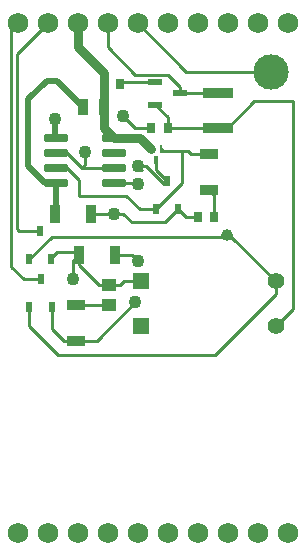
<source format=gbr>
%TF.GenerationSoftware,KiCad,Pcbnew,8.0.8*%
%TF.CreationDate,2025-03-02T23:05:46-05:00*%
%TF.ProjectId,Precharge Module V3.1,50726563-6861-4726-9765-204d6f64756c,rev?*%
%TF.SameCoordinates,Original*%
%TF.FileFunction,Copper,L1,Top*%
%TF.FilePolarity,Positive*%
%FSLAX46Y46*%
G04 Gerber Fmt 4.6, Leading zero omitted, Abs format (unit mm)*
G04 Created by KiCad (PCBNEW 8.0.8) date 2025-03-02 23:05:46*
%MOMM*%
%LPD*%
G01*
G04 APERTURE LIST*
G04 Aperture macros list*
%AMRoundRect*
0 Rectangle with rounded corners*
0 $1 Rounding radius*
0 $2 $3 $4 $5 $6 $7 $8 $9 X,Y pos of 4 corners*
0 Add a 4 corners polygon primitive as box body*
4,1,4,$2,$3,$4,$5,$6,$7,$8,$9,$2,$3,0*
0 Add four circle primitives for the rounded corners*
1,1,$1+$1,$2,$3*
1,1,$1+$1,$4,$5*
1,1,$1+$1,$6,$7*
1,1,$1+$1,$8,$9*
0 Add four rect primitives between the rounded corners*
20,1,$1+$1,$2,$3,$4,$5,0*
20,1,$1+$1,$4,$5,$6,$7,0*
20,1,$1+$1,$6,$7,$8,$9,0*
20,1,$1+$1,$8,$9,$2,$3,0*%
G04 Aperture macros list end*
%TA.AperFunction,SMDPad,CuDef*%
%ADD10R,0.558800X0.863600*%
%TD*%
%TA.AperFunction,SMDPad,CuDef*%
%ADD11R,1.600200X0.863600*%
%TD*%
%TA.AperFunction,ComponentPad*%
%ADD12R,1.397000X1.397000*%
%TD*%
%TA.AperFunction,ComponentPad*%
%ADD13C,1.397000*%
%TD*%
%TA.AperFunction,ComponentPad*%
%ADD14C,3.000000*%
%TD*%
%TA.AperFunction,SMDPad,CuDef*%
%ADD15R,1.219200X0.558800*%
%TD*%
%TA.AperFunction,SMDPad,CuDef*%
%ADD16R,0.711200X0.939800*%
%TD*%
%TA.AperFunction,SMDPad,CuDef*%
%ADD17R,2.500000X0.955600*%
%TD*%
%TA.AperFunction,SMDPad,CuDef*%
%ADD18R,1.193800X1.016000*%
%TD*%
%TA.AperFunction,SMDPad,CuDef*%
%ADD19R,0.855600X1.600000*%
%TD*%
%TA.AperFunction,ComponentPad*%
%ADD20C,1.750000*%
%TD*%
%TA.AperFunction,SMDPad,CuDef*%
%ADD21RoundRect,0.075000X-0.910000X-0.225000X0.910000X-0.225000X0.910000X0.225000X-0.910000X0.225000X0*%
%TD*%
%TA.AperFunction,SMDPad,CuDef*%
%ADD22R,0.812800X1.346200*%
%TD*%
%TA.AperFunction,SMDPad,CuDef*%
%ADD23R,0.279400X0.660400*%
%TD*%
%TA.AperFunction,SMDPad,CuDef*%
%ADD24R,0.381000X0.660400*%
%TD*%
%TA.AperFunction,ViaPad*%
%ADD25C,1.000000*%
%TD*%
%TA.AperFunction,ViaPad*%
%ADD26C,1.100000*%
%TD*%
%TA.AperFunction,Conductor*%
%ADD27C,0.250000*%
%TD*%
%TA.AperFunction,Conductor*%
%ADD28C,0.500000*%
%TD*%
%TA.AperFunction,Conductor*%
%ADD29C,0.750000*%
%TD*%
G04 APERTURE END LIST*
D10*
%TO.P,U4,1,G*%
%TO.N,Net-(D2-A)*%
X62500000Y-41137600D03*
%TO.P,U4,2,S*%
%TO.N,Net-(Q1-C)*%
X64405000Y-41137600D03*
%TO.P,U4,3,D*%
%TO.N,Net-(U2-G)*%
X63452500Y-38750000D03*
%TD*%
%TO.P,U3,1,G*%
%TO.N,Net-(U2-G)*%
X51750000Y-45387600D03*
%TO.P,U3,2,S*%
%TO.N,Net-(Q1-C)*%
X53655000Y-45387600D03*
%TO.P,U3,3,D*%
%TO.N,Net-(U3-D)*%
X52702500Y-43000000D03*
%TD*%
%TO.P,U2,1,G*%
%TO.N,Net-(U2-G)*%
X51797500Y-49443800D03*
%TO.P,U2,2,S*%
%TO.N,Net-(D3-A)*%
X53702500Y-49443800D03*
%TO.P,U2,3,D*%
%TO.N,Net-(U2-D)*%
X52750000Y-47056200D03*
%TD*%
D11*
%TO.P,D3,1,K*%
%TO.N,Net-(D3-K)*%
X55750000Y-49202000D03*
%TO.P,D3,2,A*%
%TO.N,Net-(D3-A)*%
X55750000Y-52250000D03*
%TD*%
D12*
%TO.P,R6,1*%
%TO.N,Net-(U1-VCC)*%
X61250000Y-51000000D03*
D13*
%TO.P,R6,2*%
%TO.N,Net-(Q1-E)*%
X72680000Y-51000000D03*
%TD*%
D14*
%TO.P,PC COIL -,1,1*%
%TO.N,Net-(D3-A)*%
X72250000Y-29500000D03*
%TD*%
D15*
%TO.P,Q1,1,B*%
%TO.N,Net-(Q1-B)*%
X62433200Y-30369000D03*
%TO.P,Q1,2,E*%
%TO.N,Net-(Q1-E)*%
X62433200Y-32274000D03*
%TO.P,Q1,3,C*%
%TO.N,Net-(Q1-C)*%
X64566800Y-31321500D03*
%TD*%
D16*
%TO.P,R3,1*%
%TO.N,Net-(D2-K)*%
X67448500Y-41750000D03*
%TO.P,R3,2*%
%TO.N,Net-(Q1-C)*%
X66051500Y-41750000D03*
%TD*%
D17*
%TO.P,C3,1*%
%TO.N,Net-(Q1-E)*%
X67750000Y-34227801D03*
%TO.P,C3,2*%
%TO.N,Net-(Q1-C)*%
X67750000Y-31272199D03*
%TD*%
D11*
%TO.P,D2,1,K*%
%TO.N,Net-(D2-K)*%
X67000000Y-39548000D03*
%TO.P,D2,2,A*%
%TO.N,Net-(D2-A)*%
X67000000Y-36500000D03*
%TD*%
D18*
%TO.P,R9,1*%
%TO.N,Net-(Q1-C)*%
X58500000Y-47548200D03*
%TO.P,R9,2*%
%TO.N,Net-(D3-K)*%
X58500000Y-49250000D03*
%TD*%
D12*
%TO.P,R8,1*%
%TO.N,Net-(Q1-C)*%
X61250000Y-47250000D03*
D13*
%TO.P,R8,2*%
%TO.N,Net-(U2-G)*%
X72680000Y-47250000D03*
%TD*%
D19*
%TO.P,C1,1*%
%TO.N,Net-(U1-R)*%
X53972199Y-41500000D03*
%TO.P,C1,2*%
%TO.N,Net-(Q1-C)*%
X57027801Y-41500000D03*
%TD*%
%TO.P,C2,1*%
%TO.N,Net-(U1-CV)*%
X59027801Y-45000000D03*
%TO.P,C2,2*%
%TO.N,Net-(Q1-C)*%
X55972199Y-45000000D03*
%TD*%
D16*
%TO.P,R5,1*%
%TO.N,Net-(U1-VCC)*%
X58103000Y-30500000D03*
%TO.P,R5,2*%
%TO.N,Net-(Q1-B)*%
X59500000Y-30500000D03*
%TD*%
%TO.P,R4,1*%
%TO.N,Net-(U1-THR)*%
X62103000Y-34250000D03*
%TO.P,R4,2*%
%TO.N,Net-(Q1-E)*%
X63500000Y-34250000D03*
%TD*%
D20*
%TO.P,J2,1,1*%
%TO.N,N/C*%
X50800000Y-68580000D03*
%TO.P,J2,2,2*%
X53340000Y-68580000D03*
%TO.P,J2,3,3*%
X55880000Y-68580000D03*
%TO.P,J2,4,4*%
X58420000Y-68580000D03*
%TO.P,J2,5,5*%
X60960000Y-68580000D03*
%TO.P,J2,6,6*%
X63500000Y-68580000D03*
%TO.P,J2,7,7*%
X66040000Y-68580000D03*
%TO.P,J2,8,8*%
X68580000Y-68580000D03*
%TO.P,J2,9,9*%
X71120000Y-68580000D03*
%TO.P,J2,10,10*%
X73660000Y-68580000D03*
%TD*%
D21*
%TO.P,U1,1,GND*%
%TO.N,Net-(Q1-C)*%
X54030000Y-35095000D03*
%TO.P,U1,2,TR*%
%TO.N,Net-(U1-THR)*%
X54030000Y-36365000D03*
%TO.P,U1,3,Q*%
%TO.N,Net-(D2-A)*%
X54030000Y-37635000D03*
%TO.P,U1,4,R*%
%TO.N,Net-(U1-R)*%
X54030000Y-38905000D03*
%TO.P,U1,5,CV*%
%TO.N,Net-(U1-CV)*%
X58970000Y-38905000D03*
%TO.P,U1,6,THR*%
%TO.N,Net-(U1-THR)*%
X58970000Y-37635000D03*
%TO.P,U1,7,DIS*%
%TO.N,unconnected-(U1-DIS-Pad7)*%
X58970000Y-36365000D03*
%TO.P,U1,8,VCC*%
%TO.N,Net-(U1-VCC)*%
X58970000Y-35095000D03*
%TD*%
D22*
%TO.P,R1,1*%
%TO.N,Net-(U1-R)*%
X56348300Y-32500000D03*
%TO.P,R1,2*%
%TO.N,Net-(U1-VCC)*%
X58151700Y-32500000D03*
%TD*%
D20*
%TO.P,J1,1,1*%
%TO.N,Net-(U2-D)*%
X50800000Y-25400000D03*
%TO.P,J1,2,2*%
%TO.N,Net-(U3-D)*%
X53340000Y-25400000D03*
%TO.P,J1,3,3*%
%TO.N,Net-(U1-VCC)*%
X55880000Y-25400000D03*
%TO.P,J1,4,4*%
%TO.N,Net-(Q1-C)*%
X58420000Y-25400000D03*
%TO.P,J1,5,5*%
%TO.N,Net-(D3-A)*%
X60960000Y-25400000D03*
%TO.P,J1,6,6*%
%TO.N,unconnected-(J1-Pad6)*%
X63500000Y-25400000D03*
%TO.P,J1,7,7*%
%TO.N,unconnected-(J1-Pad7)*%
X66040000Y-25400000D03*
%TO.P,J1,8,8*%
%TO.N,unconnected-(J1-Pad8)*%
X68580000Y-25400000D03*
%TO.P,J1,9,9*%
%TO.N,unconnected-(J1-Pad9)*%
X71120000Y-25400000D03*
%TO.P,J1,10,10*%
%TO.N,unconnected-(J1-Pad10)*%
X73660000Y-25400000D03*
%TD*%
D23*
%TO.P,U5,1,1*%
%TO.N,Net-(D2-A)*%
X62900050Y-36009400D03*
%TO.P,U5,2,2*%
%TO.N,Net-(U1-VCC)*%
X62099950Y-36009400D03*
D24*
%TO.P,U5,3,3*%
%TO.N,Net-(U3-G)*%
X62500000Y-37000000D03*
%TD*%
D25*
%TO.N,Net-(U2-G)*%
X68500000Y-43300000D03*
D26*
%TO.N,Net-(Q1-C)*%
X55500000Y-47000000D03*
X54000000Y-33500000D03*
X59000000Y-41500000D03*
%TO.N,Net-(U1-CV)*%
X61000000Y-39000000D03*
X61000000Y-45500000D03*
%TO.N,Net-(D3-A)*%
X60750000Y-49000000D03*
%TO.N,Net-(U1-THR)*%
X56500000Y-36250000D03*
X59750000Y-33250000D03*
%TO.N,Net-(U2-G)*%
X61000000Y-37500000D03*
%TD*%
D27*
%TO.N,Net-(U2-G)*%
X61636814Y-37500000D02*
X63169657Y-39032843D01*
X61000000Y-37500000D02*
X61636814Y-37500000D01*
X68730000Y-43300000D02*
X68500000Y-43300000D01*
X72680000Y-47250000D02*
X68730000Y-43300000D01*
X68347500Y-43452500D02*
X68500000Y-43300000D01*
X51750000Y-45387600D02*
X53685100Y-43452500D01*
X53685100Y-43452500D02*
X68347500Y-43452500D01*
%TO.N,Net-(Q1-C)*%
X66051500Y-41750000D02*
X65017400Y-41750000D01*
X58500000Y-47548200D02*
X57653100Y-47548200D01*
X59750000Y-41500000D02*
X60500000Y-42250000D01*
X59750000Y-41500000D02*
X59000000Y-41500000D01*
X65017400Y-41750000D02*
X64405000Y-41137600D01*
X59794900Y-47250000D02*
X59496700Y-47548200D01*
X58420000Y-27420000D02*
X58420000Y-25400000D01*
X67700699Y-31321500D02*
X67750000Y-31272199D01*
X64566800Y-31321500D02*
X64566800Y-30792100D01*
X55769699Y-44797500D02*
X55972199Y-45000000D01*
X54137600Y-44797500D02*
X53547500Y-45387600D01*
X64566800Y-30792100D02*
X63524700Y-29750000D01*
X63524700Y-29750000D02*
X60750000Y-29750000D01*
X55500000Y-45472199D02*
X55972199Y-45000000D01*
X57653100Y-47548200D02*
X55972199Y-45867299D01*
X54000000Y-35065000D02*
X54030000Y-35095000D01*
X63292600Y-42250000D02*
X64405000Y-41137600D01*
X61250000Y-47250000D02*
X59794900Y-47250000D01*
X64566800Y-31321500D02*
X67700699Y-31321500D01*
X55972199Y-45867299D02*
X55972199Y-45000000D01*
D28*
X54000000Y-33500000D02*
X54000000Y-35065000D01*
D27*
X54137600Y-44797500D02*
X55769699Y-44797500D01*
X60500000Y-42250000D02*
X63292600Y-42250000D01*
X57027801Y-41500000D02*
X59000000Y-41500000D01*
X55500000Y-47000000D02*
X55500000Y-45472199D01*
X60750000Y-29750000D02*
X58420000Y-27420000D01*
X59496700Y-47548200D02*
X58500000Y-47548200D01*
%TO.N,Net-(U1-CV)*%
X60500000Y-45000000D02*
X61000000Y-45500000D01*
X59027801Y-45000000D02*
X60500000Y-45000000D01*
X60905000Y-38905000D02*
X61000000Y-39000000D01*
X58970000Y-38905000D02*
X60905000Y-38905000D01*
D28*
%TO.N,Net-(U1-R)*%
X54030000Y-38905000D02*
X53105000Y-38905000D01*
X53250000Y-30250000D02*
X54098300Y-30250000D01*
X54030000Y-41442199D02*
X53972199Y-41500000D01*
X54098300Y-30250000D02*
X56348300Y-32500000D01*
X51700000Y-37500000D02*
X51700000Y-31800000D01*
X54030000Y-38905000D02*
X54030000Y-41442199D01*
X51700000Y-31800000D02*
X53250000Y-30250000D01*
X53105000Y-38905000D02*
X51700000Y-37500000D01*
D27*
%TO.N,Net-(D2-K)*%
X67448500Y-39996500D02*
X67448500Y-41750000D01*
X67000000Y-39548000D02*
X67448500Y-39996500D01*
%TO.N,Net-(D2-A)*%
X55014999Y-37635000D02*
X56000000Y-38620001D01*
X64750000Y-36226000D02*
X65226000Y-36226000D01*
X56000000Y-40000000D02*
X60000000Y-40000000D01*
X56000000Y-38620001D02*
X56000000Y-40000000D01*
X64750000Y-36226000D02*
X63116650Y-36226000D01*
X64750000Y-38887600D02*
X62500000Y-41137600D01*
X63116650Y-36226000D02*
X62900050Y-36009400D01*
X65226000Y-36226000D02*
X65500000Y-36500000D01*
X64750000Y-36226000D02*
X64750000Y-38887600D01*
X54030000Y-37635000D02*
X55014999Y-37635000D01*
X65500000Y-36500000D02*
X67000000Y-36500000D01*
X62500000Y-41137600D02*
X61137600Y-41137600D01*
X61137600Y-41137600D02*
X60000000Y-40000000D01*
%TO.N,Net-(D3-A)*%
X53702500Y-49443800D02*
X53702500Y-51252600D01*
X54699900Y-52250000D02*
X55750000Y-52250000D01*
X65060000Y-29500000D02*
X60960000Y-25400000D01*
X57500000Y-52250000D02*
X60750000Y-49000000D01*
X55750000Y-52250000D02*
X57500000Y-52250000D01*
X72250000Y-29500000D02*
X65060000Y-29500000D01*
X53702500Y-51252600D02*
X54699900Y-52250000D01*
%TO.N,Net-(D3-K)*%
X58452000Y-49202000D02*
X58500000Y-49250000D01*
X55750000Y-49202000D02*
X58452000Y-49202000D01*
%TO.N,Net-(U3-D)*%
X50750000Y-27990000D02*
X53340000Y-25400000D01*
X50905000Y-43000000D02*
X50750000Y-42845000D01*
X50750000Y-42845000D02*
X50750000Y-27990000D01*
X52702500Y-43000000D02*
X50905000Y-43000000D01*
%TO.N,Net-(U2-D)*%
X50250000Y-25950000D02*
X50800000Y-25400000D01*
X52500000Y-47056200D02*
X51306200Y-47056200D01*
X50250000Y-46000000D02*
X50250000Y-25950000D01*
X51306200Y-47056200D02*
X50250000Y-46000000D01*
%TO.N,Net-(Q1-E)*%
X74138000Y-49542000D02*
X74138000Y-32000000D01*
X62433200Y-32274000D02*
X63500000Y-33340800D01*
X63500000Y-33340800D02*
X63500000Y-34250000D01*
X67750000Y-34227801D02*
X63522199Y-34227801D01*
X63522199Y-34227801D02*
X63500000Y-34250000D01*
X74138000Y-32000000D02*
X70825179Y-32000000D01*
X68597378Y-34227801D02*
X67750000Y-34227801D01*
X70825179Y-32000000D02*
X68597378Y-34227801D01*
X72680000Y-51000000D02*
X74138000Y-49542000D01*
%TO.N,Net-(Q1-B)*%
X62433200Y-30369000D02*
X59631000Y-30369000D01*
X59631000Y-30369000D02*
X59500000Y-30500000D01*
%TO.N,Net-(U1-THR)*%
X60750000Y-34250000D02*
X62103000Y-34250000D01*
X56284999Y-37635000D02*
X58970000Y-37635000D01*
X56500000Y-36250000D02*
X56500000Y-37419999D01*
X59750000Y-33250000D02*
X60750000Y-34250000D01*
X54030000Y-36365000D02*
X55014999Y-36365000D01*
X56500000Y-37419999D02*
X56284999Y-37635000D01*
X55014999Y-36365000D02*
X56284999Y-37635000D01*
D29*
%TO.N,Net-(U1-VCC)*%
X58151700Y-32500000D02*
X58151700Y-34276700D01*
X58151700Y-34276700D02*
X58970000Y-35095000D01*
X58103000Y-29603000D02*
X58103000Y-30500000D01*
X58970000Y-35095000D02*
X61185550Y-35095000D01*
X55880000Y-27380000D02*
X58103000Y-29603000D01*
X55880000Y-25400000D02*
X55880000Y-27380000D01*
X58103000Y-30500000D02*
X58103000Y-32451300D01*
X61185550Y-35095000D02*
X62099950Y-36009400D01*
X58103000Y-32451300D02*
X58151700Y-32500000D01*
D27*
%TO.N,Net-(U3-G)*%
X62500000Y-37797500D02*
X63452500Y-38750000D01*
%TO.N,Net-(U2-G)*%
X61297500Y-37797500D02*
X61000000Y-37500000D01*
%TO.N,Net-(U3-G)*%
X62500000Y-37000000D02*
X62500000Y-37797500D01*
%TO.N,Net-(U2-G)*%
X51797500Y-51047500D02*
X51797500Y-49443800D01*
X54250000Y-53500000D02*
X67500000Y-53500000D01*
X67500000Y-53500000D02*
X72680000Y-48320000D01*
X54250000Y-53500000D02*
X51797500Y-51047500D01*
X72680000Y-48320000D02*
X72680000Y-47250000D01*
%TD*%
M02*

</source>
